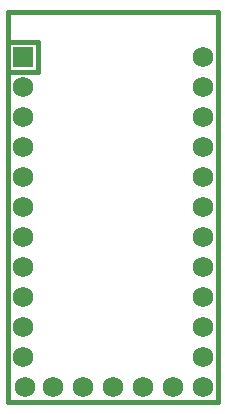
<source format=gbr>
%TF.GenerationSoftware,KiCad,Pcbnew,8.0.1*%
%TF.CreationDate,2024-03-21T22:06:00-04:00*%
%TF.ProjectId,handlebar,68616e64-6c65-4626-9172-2e6b69636164,0.0.1*%
%TF.SameCoordinates,Original*%
%TF.FileFunction,Legend,Top*%
%TF.FilePolarity,Positive*%
%FSLAX46Y46*%
G04 Gerber Fmt 4.6, Leading zero omitted, Abs format (unit mm)*
G04 Created by KiCad (PCBNEW 8.0.1) date 2024-03-21 22:06:00*
%MOMM*%
%LPD*%
G01*
G04 APERTURE LIST*
%ADD10C,0.381000*%
%ADD11R,1.752600X1.752600*%
%ADD12C,1.752600*%
G04 APERTURE END LIST*
D10*
%TO.C,MCU1*%
X71540000Y56230000D02*
X69000000Y56230000D01*
X69000000Y58770000D02*
X69000000Y56230000D01*
X86780000Y58770000D02*
X69000000Y58770000D01*
X86780000Y56230000D02*
X86780000Y58770000D01*
X71540000Y53690000D02*
X69000000Y53690000D01*
X71540000Y56230000D02*
X71540000Y53690000D01*
X86780000Y25750000D02*
X86780000Y56230000D01*
X69000000Y25750000D02*
X86780000Y25750000D01*
X69000000Y56230000D02*
X69000000Y25750000D01*
%TD*%
D11*
%TO.C,MCU1*%
X70270000Y54960000D03*
D12*
X70270000Y52420000D03*
X70270000Y49880000D03*
X70270000Y47340000D03*
X70270000Y44800000D03*
X70270000Y42260000D03*
X70270000Y39720000D03*
X70270000Y37180000D03*
X70270000Y34640000D03*
X70270000Y32100000D03*
X70270000Y29560000D03*
X70498600Y27020000D03*
X72810000Y27020000D03*
X75350000Y27020000D03*
X77890000Y27020000D03*
X80430000Y27020000D03*
X82970000Y27020000D03*
X85510000Y27020000D03*
X85510000Y29560000D03*
X85510000Y32100000D03*
X85510000Y34640000D03*
X85510000Y37180000D03*
X85510000Y39720000D03*
X85510000Y42260000D03*
X85510000Y44800000D03*
X85510000Y47340000D03*
X85510000Y49880000D03*
X85510000Y52420000D03*
X85510000Y54960000D03*
%TD*%
M02*

</source>
